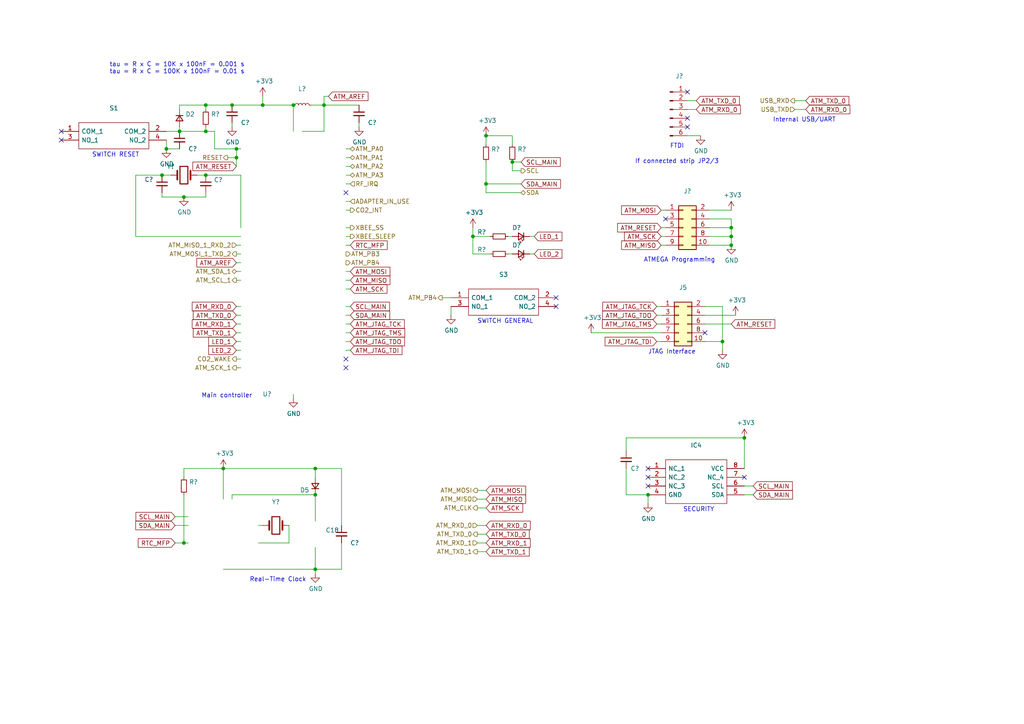
<source format=kicad_sch>
(kicad_sch (version 20211123) (generator eeschema)
  (paper "A4")
  (title_block (title "SmartSensor") (date "2021-11-18") (rev "1.3") (company "Avans Hogeschool") (comment 1 "Maurice Snoeren") (comment 2 "Expertise Centrum Technische Innovatie") (comment 3 "Lectoraat Smart Energy and Datascience & ICT") (comment 4 "Update: Connected USB/UART to UART MCU"))
  (lib_symbols
    (symbol "ATECC608B-SSHDA-B:ATECC608B-SSHDA-B" (pin_names (offset 0.762))
      (property "Reference" "IC" (at 24.13 7.62 0))
      (property "Value" "ATECC608B-SSHDA-B" (at 24.13 5.08 0))
      (symbol "ATECC608B-SSHDA-B_0_0"
        (pin passive line (at 0 0 0) (length 5.08) (name "NC_1") (number "1"))
        (pin passive line (at 0 -2.54 0) (length 5.08) (name "NC_2") (number "2"))
        (pin passive line (at 0 -5.08 0) (length 5.08) (name "NC_3") (number "3"))
        (pin passive line (at 0 -7.62 0) (length 5.08) (name "GND") (number "4"))
        (pin passive line (at 27.94 -7.62 180) (length 5.08) (name "SDA") (number "5"))
        (pin passive line (at 27.94 -5.08 180) (length 5.08) (name "SCL") (number "6"))
        (pin passive line (at 27.94 -2.54 180) (length 5.08) (name "NC_4") (number "7"))
        (pin passive line (at 27.94 0 180) (length 5.08) (name "VCC") (number "8"))
      )
      (symbol "ATECC608B-SSHDA-B_0_1"
        (polyline (pts (xy 5.08 2.54) (xy 22.86 2.54) (xy 22.86 -10.16) (xy 5.08 -10.16) (xy 5.08 2.54)) (stroke (width 0.1524)))
      )
    )
    (symbol "Connector:Conn_01x06_Male" (pin_names (offset 1.016) hide)
      (property "Reference" "J" (at 0 7.62 0))
      (property "Value" "Conn_01x06_Male" (at 0 -10.16 0))
      (symbol "Conn_01x06_Male_1_1"
        (polyline (pts (xy 1.27 -7.62) (xy 0.8636 -7.62)) (stroke (width 0.1524)))
        (polyline (pts (xy 1.27 -5.08) (xy 0.8636 -5.08)) (stroke (width 0.1524)))
        (polyline (pts (xy 1.27 -2.54) (xy 0.8636 -2.54)) (stroke (width 0.1524)))
        (polyline (pts (xy 1.27 0) (xy 0.8636 0)) (stroke (width 0.1524)))
        (polyline (pts (xy 1.27 2.54) (xy 0.8636 2.54)) (stroke (width 0.1524)))
        (polyline (pts (xy 1.27 5.08) (xy 0.8636 5.08)) (stroke (width 0.1524)))
        (rectangle (start 0.8636 -7.493) (end 0 -7.747) (stroke (width 0.1524)) (fill (type outline)))
        (rectangle (start 0.8636 -4.953) (end 0 -5.207) (stroke (width 0.1524)) (fill (type outline)))
        (rectangle (start 0.8636 -2.413) (end 0 -2.667) (stroke (width 0.1524)) (fill (type outline)))
        (rectangle (start 0.8636 0.127) (end 0 -0.127) (stroke (width 0.1524)) (fill (type outline)))
        (rectangle (start 0.8636 2.667) (end 0 2.413) (stroke (width 0.1524)) (fill (type outline)))
        (rectangle (start 0.8636 5.207) (end 0 4.953) (stroke (width 0.1524)) (fill (type outline)))
        (pin passive line (at 5.08 5.08 180) (length 3.81) (name "Pin_1") (number "1"))
        (pin passive line (at 5.08 2.54 180) (length 3.81) (name "Pin_2") (number "2"))
        (pin passive line (at 5.08 0 180) (length 3.81) (name "Pin_3") (number "3"))
        (pin passive line (at 5.08 -2.54 180) (length 3.81) (name "Pin_4") (number "4"))
        (pin passive line (at 5.08 -5.08 180) (length 3.81) (name "Pin_5") (number "5"))
        (pin passive line (at 5.08 -7.62 180) (length 3.81) (name "Pin_6") (number "6"))
      )
    )
    (symbol "Connector_Generic:Conn_02x05_Odd_Even" (pin_names (offset 1.016) hide)
      (property "Reference" "J" (at 1.27 7.62 0))
      (property "Value" "Conn_02x05_Odd_Even" (at 1.27 -7.62 0))
      (symbol "Conn_02x05_Odd_Even_1_1"
        (rectangle (start -1.27 -4.953) (end 0 -5.207) (stroke (width 0.1524)))
        (rectangle (start -1.27 -2.413) (end 0 -2.667) (stroke (width 0.1524)))
        (rectangle (start -1.27 0.127) (end 0 -0.127) (stroke (width 0.1524)))
        (rectangle (start -1.27 2.667) (end 0 2.413) (stroke (width 0.1524)))
        (rectangle (start -1.27 5.207) (end 0 4.953) (stroke (width 0.1524)))
        (rectangle (start -1.27 6.35) (end 3.81 -6.35) (stroke (width 0.254)) (fill (type background)))
        (rectangle (start 3.81 -4.953) (end 2.54 -5.207) (stroke (width 0.1524)))
        (rectangle (start 3.81 -2.413) (end 2.54 -2.667) (stroke (width 0.1524)))
        (rectangle (start 3.81 0.127) (end 2.54 -0.127) (stroke (width 0.1524)))
        (rectangle (start 3.81 2.667) (end 2.54 2.413) (stroke (width 0.1524)))
        (rectangle (start 3.81 5.207) (end 2.54 4.953) (stroke (width 0.1524)))
        (pin passive line (at -5.08 5.08 0) (length 3.81) (name "Pin_1") (number "1"))
        (pin passive line (at 7.62 -5.08 180) (length 3.81) (name "Pin_10") (number "10"))
        (pin passive line (at 7.62 5.08 180) (length 3.81) (name "Pin_2") (number "2"))
        (pin passive line (at -5.08 2.54 0) (length 3.81) (name "Pin_3") (number "3"))
        (pin passive line (at 7.62 2.54 180) (length 3.81) (name "Pin_4") (number "4"))
        (pin passive line (at -5.08 0 0) (length 3.81) (name "Pin_5") (number "5"))
        (pin passive line (at 7.62 0 180) (length 3.81) (name "Pin_6") (number "6"))
        (pin passive line (at -5.08 -2.54 0) (length 3.81) (name "Pin_7") (number "7"))
        (pin passive line (at 7.62 -2.54 180) (length 3.81) (name "Pin_8") (number "8"))
        (pin passive line (at -5.08 -5.08 0) (length 3.81) (name "Pin_9") (number "9"))
      )
    )
    (symbol "Device:C_Small" (pin_numbers hide) (pin_names (offset 0.254) hide)
      (property "Reference" "C" (at 0.254 1.778 0))
      (property "Value" "C_Small" (at 0.254 -2.032 0))
      (symbol "C_Small_0_1"
        (polyline (pts (xy -1.524 -0.508) (xy 1.524 -0.508)) (stroke (width 0.3302)))
        (polyline (pts (xy -1.524 0.508) (xy 1.524 0.508)) (stroke (width 0.3048)))
      )
      (symbol "C_Small_1_1"
        (pin passive line (at 0 2.54 270) (length 2.032) (name "~") (number "1"))
        (pin passive line (at 0 -2.54 90) (length 2.032) (name "~") (number "2"))
      )
    )
    (symbol "Device:Crystal" (pin_numbers hide) (pin_names (offset 1.016) hide)
      (property "Reference" "Y" (at 0 3.81 0))
      (property "Value" "Crystal" (at 0 -3.81 0))
      (symbol "Crystal_0_1"
        (rectangle (start -1.143 2.54) (end 1.143 -2.54) (stroke (width 0.3048)))
        (polyline (pts (xy -2.54 0) (xy -1.905 0)))
        (polyline (pts (xy -1.905 -1.27) (xy -1.905 1.27)) (stroke (width 0.508)))
        (polyline (pts (xy 1.905 -1.27) (xy 1.905 1.27)) (stroke (width 0.508)))
        (polyline (pts (xy 2.54 0) (xy 1.905 0)))
      )
      (symbol "Crystal_1_1"
        (pin passive line (at -3.81 0 0) (length 1.27) (name "1") (number "1"))
        (pin passive line (at 3.81 0 180) (length 1.27) (name "2") (number "2"))
      )
    )
    (symbol "Device:D_Small" (pin_numbers hide) (pin_names (offset 0.254) hide)
      (property "Reference" "D" (at -1.27 2.032 0))
      (property "Value" "D_Small" (at -3.81 -2.032 0))
      (symbol "D_Small_0_1"
        (polyline (pts (xy -0.762 -1.016) (xy -0.762 1.016)) (stroke (width 0.254)))
        (polyline (pts (xy -0.762 0) (xy 0.762 0)))
        (polyline (pts (xy 0.762 -1.016) (xy -0.762 0) (xy 0.762 1.016) (xy 0.762 -1.016)) (stroke (width 0.254)))
      )
      (symbol "D_Small_1_1"
        (pin passive line (at -2.54 0 0) (length 1.778) (name "K") (number "1"))
        (pin passive line (at 2.54 0 180) (length 1.778) (name "A") (number "2"))
      )
    )
    (symbol "Device:LED_Small" (pin_numbers hide) (pin_names (offset 0.254) hide)
      (property "Reference" "D" (at -1.27 3.175 0))
      (property "Value" "LED_Small" (at -4.445 -2.54 0))
      (symbol "LED_Small_0_1"
        (polyline (pts (xy -0.762 -1.016) (xy -0.762 1.016)) (stroke (width 0.254)))
        (polyline (pts (xy 1.016 0) (xy -0.762 0)))
        (polyline (pts (xy 0.762 -1.016) (xy -0.762 0) (xy 0.762 1.016) (xy 0.762 -1.016)) (stroke (width 0.254)))
        (polyline (pts (xy 0 0.762) (xy -0.508 1.27) (xy -0.254 1.27) (xy -0.508 1.27) (xy -0.508 1.016)))
        (polyline (pts (xy 0.508 1.27) (xy 0 1.778) (xy 0.254 1.778) (xy 0 1.778) (xy 0 1.524)))
      )
      (symbol "LED_Small_1_1"
        (pin passive line (at -2.54 0 0) (length 1.778) (name "K") (number "1"))
        (pin passive line (at 2.54 0 180) (length 1.778) (name "A") (number "2"))
      )
    )
    (symbol "Device:L_Small" (pin_numbers hide) (pin_names (offset 0.254) hide)
      (property "Reference" "L" (at 0.762 1.016 0))
      (property "Value" "L_Small" (at 0.762 -1.016 0))
      (symbol "L_Small_0_1"
        (arc (start 0 -2.032) (mid 0.508 -1.524) (end 0 -1.016))
        (arc (start 0 -1.016) (mid 0.508 -0.508) (end 0 0))
        (arc (start 0 0) (mid 0.508 0.508) (end 0 1.016))
        (arc (start 0 1.016) (mid 0.508 1.524) (end 0 2.032))
      )
      (symbol "L_Small_1_1"
        (pin passive line (at 0 2.54 270) (length 0.508) (name "~") (number "1"))
        (pin passive line (at 0 -2.54 90) (length 0.508) (name "~") (number "2"))
      )
    )
    (symbol "Device:R_Small" (pin_numbers hide) (pin_names (offset 0.254) hide)
      (property "Reference" "R" (at 0.762 0.508 0))
      (property "Value" "R_Small" (at 0.762 -1.016 0))
      (symbol "R_Small_0_1"
        (rectangle (start -0.762 1.778) (end 0.762 -1.778) (stroke (width 0.2032)))
      )
      (symbol "R_Small_1_1"
        (pin passive line (at 0 2.54 270) (length 0.762) (name "~") (number "1"))
        (pin passive line (at 0 -2.54 90) (length 0.762) (name "~") (number "2"))
      )
    )
    (symbol "SamacSys_Parts:LL3301FF065QJ" (pin_names (offset 0.762))
      (property "Reference" "S" (at 26.67 7.62 0))
      (property "Value" "LL3301FF065QJ" (at 26.67 5.08 0))
      (symbol "LL3301FF065QJ_0_0"
        (pin passive line (at 0 0 0) (length 5.08) (name "COM_1") (number "1"))
        (pin passive line (at 30.48 0 180) (length 5.08) (name "COM_2") (number "2"))
        (pin passive line (at 0 -2.54 0) (length 5.08) (name "NO_1") (number "3"))
        (pin passive line (at 30.48 -2.54 180) (length 5.08) (name "NO_2") (number "4"))
      )
      (symbol "LL3301FF065QJ_0_1"
        (polyline (pts (xy 5.08 2.54) (xy 25.4 2.54) (xy 25.4 -5.08) (xy 5.08 -5.08) (xy 5.08 2.54)) (stroke (width 0.1524)))
      )
    )
    (symbol "power:+3.3V" (power) (pin_names (offset 0))
      (property "Value" "+3.3V" (at 0 3.556 0))
      (symbol "+3.3V_0_1"
        (polyline (pts (xy -0.762 1.27) (xy 0 2.54)))
        (polyline (pts (xy 0 0) (xy 0 2.54)))
        (polyline (pts (xy 0 2.54) (xy 0.762 1.27)))
      )
      (symbol "+3.3V_1_1"
        (pin power_in line (at 0 0 90) (length 0) hide (name "+3V3") (number "1"))
      )
    )
    (symbol "power:GND" (power) (pin_names (offset 0))
      (property "Value" "GND" (at 0 -3.81 0))
      (symbol "GND_0_1"
        (polyline (pts (xy 0 0) (xy 0 -1.27) (xy 1.27 -1.27) (xy 0 -2.54) (xy -1.27 -1.27) (xy 0 -1.27)))
      )
      (symbol "GND_1_1"
        (pin power_in line (at 0 0 270) (length 0) hide (name "GND") (number "1"))
      )
    )
  )
  (junction (at 46.99 50.8))
  (junction (at 53.34 57.15))
  (junction (at 85.09 30.48))
  (junction (at 53.34 157.48))
  (junction (at 209.55 99.06))
  (junction (at 76.2 30.48))
  (junction (at 59.69 50.8))
  (junction (at 91.44 143.51))
  (junction (at 91.44 135.89))
  (junction (at 91.44 165.1))
  (junction (at 140.97 53.34))
  (junction (at 93.98 30.48))
  (junction (at 52.07 38.1))
  (junction (at 64.77 135.89))
  (junction (at 137.16 68.58))
  (junction (at 140.97 39.37))
  (junction (at 67.31 30.48))
  (junction (at 48.26 43.18))
  (junction (at 68.58 45.72))
  (junction (at 68.58 43.18))
  (junction (at 148.59 46.99))
  (junction (at 59.69 30.48))
  (junction (at 212.09 66.04))
  (junction (at 187.96 143.51))
  (junction (at 215.9 127))
  (junction (at 212.09 68.58))
  (junction (at 59.69 38.1))
  (junction (at 212.09 71.12))
  (no_connect (at 17.78 38.1))
  (no_connect (at 161.29 86.36))
  (no_connect (at 215.9 138.43))
  (no_connect (at 199.39 34.29))
  (no_connect (at 161.29 88.9))
  (no_connect (at 100.33 106.68))
  (no_connect (at 199.39 36.83))
  (no_connect (at 100.33 104.14))
  (no_connect (at 187.96 138.43))
  (no_connect (at 187.96 135.89))
  (no_connect (at 199.39 26.67))
  (no_connect (at 17.78 40.64))
  (no_connect (at 193.04 63.5))
  (no_connect (at 100.33 55.88))
  (no_connect (at 187.96 140.97))
  (no_connect (at 204.47 96.52))
  (wire (pts (xy 69.85 106.68) (xy 68.58 106.68)))
  (wire (pts (xy 101.6 99.06) (xy 100.33 99.06)))
  (wire (pts (xy 101.6 83.82) (xy 100.33 83.82)))
  (wire (pts (xy 39.37 50.8) (xy 46.99 50.8)))
  (wire (pts (xy 138.43 152.4) (xy 140.97 152.4)))
  (wire (pts (xy 46.99 57.15) (xy 53.34 57.15)))
  (wire (pts (xy 181.61 135.89) (xy 181.61 143.51)))
  (wire (pts (xy 140.97 55.88) (xy 140.97 53.34)))
  (wire (pts (xy 142.24 73.66) (xy 137.16 73.66)))
  (wire (pts (xy 215.9 140.97) (xy 218.44 140.97)))
  (wire (pts (xy 85.09 38.1) (xy 85.09 30.48)))
  (wire (pts (xy 69.85 73.66) (xy 68.58 73.66)))
  (wire (pts (xy 190.5 91.44) (xy 191.77 91.44)))
  (wire (pts (xy 64.77 135.89) (xy 91.44 135.89)))
  (wire (pts (xy 191.77 71.12) (xy 193.04 71.12)))
  (wire (pts (xy 69.85 104.14) (xy 68.58 104.14)))
  (wire (pts (xy 67.31 30.48) (xy 76.2 30.48)))
  (wire (pts (xy 205.74 66.04) (xy 212.09 66.04)))
  (wire (pts (xy 101.6 60.96) (xy 100.33 60.96)))
  (wire (pts (xy 68.58 93.98) (xy 69.85 93.98)))
  (wire (pts (xy 59.69 31.75) (xy 59.69 30.48)))
  (wire (pts (xy 91.44 135.89) (xy 99.06 135.89)))
  (wire (pts (xy 100.33 66.04) (xy 101.6 66.04)))
  (wire (pts (xy 148.59 39.37) (xy 140.97 39.37)))
  (wire (pts (xy 52.07 43.18) (xy 48.26 43.18)))
  (wire (pts (xy 104.14 35.56) (xy 104.14 36.83)))
  (wire (pts (xy 64.77 135.89) (xy 64.77 144.78)))
  (wire (pts (xy 191.77 60.96) (xy 193.04 60.96)))
  (wire (pts (xy 205.74 60.96) (xy 212.09 60.96)))
  (wire (pts (xy 68.58 76.2) (xy 69.85 76.2)))
  (wire (pts (xy 140.97 144.78) (xy 138.43 144.78)))
  (wire (pts (xy 101.6 96.52) (xy 100.33 96.52)))
  (wire (pts (xy 46.99 55.88) (xy 46.99 57.15)))
  (wire (pts (xy 187.96 146.05) (xy 187.96 143.51)))
  (wire (pts (xy 100.33 71.12) (xy 101.6 71.12)))
  (wire (pts (xy 66.04 45.72) (xy 68.58 45.72)))
  (wire (pts (xy 53.34 138.43) (xy 53.34 135.89)))
  (wire (pts (xy 59.69 57.15) (xy 53.34 57.15)))
  (wire (pts (xy 100.33 45.72) (xy 101.6 45.72)))
  (wire (pts (xy 59.69 38.1) (xy 52.07 38.1)))
  (wire (pts (xy 190.5 99.06) (xy 191.77 99.06)))
  (wire (pts (xy 59.69 30.48) (xy 67.31 30.48)))
  (wire (pts (xy 101.6 48.26) (xy 100.33 48.26)))
  (wire (pts (xy 68.58 88.9) (xy 69.85 88.9)))
  (wire (pts (xy 62.23 38.1) (xy 59.69 38.1)))
  (wire (pts (xy 74.93 152.4) (xy 76.2 152.4)))
  (wire (pts (xy 205.74 71.12) (xy 212.09 71.12)))
  (wire (pts (xy 148.59 68.58) (xy 147.32 68.58)))
  (wire (pts (xy 101.6 93.98) (xy 100.33 93.98)))
  (wire (pts (xy 53.34 157.48) (xy 54.61 157.48)))
  (wire (pts (xy 233.68 29.21) (xy 230.505 29.21)))
  (wire (pts (xy 68.58 71.12) (xy 69.85 71.12)))
  (wire (pts (xy 68.58 43.18) (xy 62.23 43.18)))
  (wire (pts (xy 62.23 43.18) (xy 62.23 38.1)))
  (wire (pts (xy 101.6 50.8) (xy 100.33 50.8)))
  (wire (pts (xy 52.07 36.83) (xy 52.07 38.1)))
  (wire (pts (xy 101.6 101.6) (xy 100.33 101.6)))
  (wire (pts (xy 204.47 88.9) (xy 209.55 88.9)))
  (wire (pts (xy 39.37 68.58) (xy 69.85 68.58)))
  (wire (pts (xy 91.44 158.75) (xy 91.44 165.1)))
  (wire (pts (xy 151.13 53.34) (xy 140.97 53.34)))
  (wire (pts (xy 209.55 99.06) (xy 209.55 101.6)))
  (wire (pts (xy 90.17 30.48) (xy 93.98 30.48)))
  (wire (pts (xy 91.44 138.43) (xy 91.44 135.89)))
  (wire (pts (xy 74.93 157.48) (xy 83.82 157.48)))
  (wire (pts (xy 181.61 130.81) (xy 181.61 127)))
  (wire (pts (xy 140.97 154.94) (xy 138.43 154.94)))
  (wire (pts (xy 69.85 81.28) (xy 68.58 81.28)))
  (wire (pts (xy 83.82 157.48) (xy 83.82 152.4)))
  (wire (pts (xy 93.98 38.1) (xy 93.98 30.48)))
  (wire (pts (xy 76.2 27.94) (xy 76.2 30.48)))
  (wire (pts (xy 76.2 30.48) (xy 85.09 30.48)))
  (wire (pts (xy 101.6 78.74) (xy 100.33 78.74)))
  (wire (pts (xy 48.26 40.64) (xy 48.26 43.18)))
  (wire (pts (xy 204.47 93.98) (xy 212.09 93.98)))
  (wire (pts (xy 148.59 49.53) (xy 148.59 46.99)))
  (wire (pts (xy 39.37 68.58) (xy 39.37 50.8)))
  (wire (pts (xy 181.61 143.51) (xy 187.96 143.51)))
  (wire (pts (xy 99.06 135.89) (xy 99.06 152.4)))
  (wire (pts (xy 91.44 143.51) (xy 67.31 143.51)))
  (wire (pts (xy 151.13 55.88) (xy 140.97 55.88)))
  (wire (pts (xy 138.43 142.24) (xy 140.97 142.24)))
  (wire (pts (xy 138.43 147.32) (xy 140.97 147.32)))
  (wire (pts (xy 50.8 152.4) (xy 54.61 152.4)))
  (wire (pts (xy 190.5 93.98) (xy 191.77 93.98)))
  (wire (pts (xy 68.58 96.52) (xy 69.85 96.52)))
  (wire (pts (xy 99.06 157.48) (xy 99.06 165.1)))
  (wire (pts (xy 191.77 68.58) (xy 193.04 68.58)))
  (wire (pts (xy 204.47 99.06) (xy 209.55 99.06)))
  (wire (pts (xy 100.33 81.28) (xy 101.6 81.28)))
  (wire (pts (xy 59.69 36.83) (xy 59.69 38.1)))
  (wire (pts (xy 100.33 68.58) (xy 101.6 68.58)))
  (wire (pts (xy 101.6 53.34) (xy 100.33 53.34)))
  (wire (pts (xy 148.59 41.91) (xy 148.59 39.37)))
  (wire (pts (xy 215.9 135.89) (xy 215.9 127)))
  (wire (pts (xy 140.97 160.02) (xy 138.43 160.02)))
  (wire (pts (xy 68.58 78.74) (xy 69.85 78.74)))
  (wire (pts (xy 68.58 99.06) (xy 69.85 99.06)))
  (wire (pts (xy 190.5 88.9) (xy 191.77 88.9)))
  (wire (pts (xy 68.58 91.44) (xy 69.85 91.44)))
  (wire (pts (xy 212.09 68.58) (xy 212.09 66.04)))
  (wire (pts (xy 68.58 43.18) (xy 69.85 43.18)))
  (wire (pts (xy 191.77 96.52) (xy 171.45 96.52)))
  (wire (pts (xy 128.27 86.36) (xy 130.81 86.36)))
  (wire (pts (xy 204.47 91.44) (xy 213.36 91.44)))
  (wire (pts (xy 53.34 143.51) (xy 53.34 157.48)))
  (wire (pts (xy 52.07 30.48) (xy 59.69 30.48)))
  (wire (pts (xy 130.81 88.9) (xy 130.81 91.44)))
  (wire (pts (xy 69.85 66.04) (xy 69.85 50.8)))
  (wire (pts (xy 199.39 29.21) (xy 201.93 29.21)))
  (wire (pts (xy 212.09 63.5) (xy 205.74 63.5)))
  (wire (pts (xy 50.8 149.86) (xy 54.61 149.86)))
  (wire (pts (xy 67.31 35.56) (xy 67.31 36.83)))
  (wire (pts (xy 68.58 101.6) (xy 69.85 101.6)))
  (wire (pts (xy 137.16 68.58) (xy 137.16 73.66)))
  (wire (pts (xy 205.74 68.58) (xy 212.09 68.58)))
  (wire (pts (xy 212.09 66.04) (xy 212.09 63.5)))
  (wire (pts (xy 215.9 143.51) (xy 218.44 143.51)))
  (wire (pts (xy 138.43 157.48) (xy 140.97 157.48)))
  (wire (pts (xy 93.98 27.94) (xy 93.98 30.48)))
  (wire (pts (xy 181.61 127) (xy 215.9 127)))
  (wire (pts (xy 67.31 143.51) (xy 67.31 144.78)))
  (wire (pts (xy 50.8 157.48) (xy 53.34 157.48)))
  (wire (pts (xy 212.09 71.12) (xy 212.09 68.58)))
  (wire (pts (xy 93.98 30.48) (xy 104.14 30.48)))
  (wire (pts (xy 57.15 50.8) (xy 59.69 50.8)))
  (wire (pts (xy 91.44 143.51) (xy 91.44 151.13)))
  (wire (pts (xy 68.58 45.72) (xy 68.58 43.18)))
  (wire (pts (xy 151.13 49.53) (xy 148.59 49.53)))
  (wire (pts (xy 53.34 135.89) (xy 64.77 135.89)))
  (wire (pts (xy 101.6 88.9) (xy 100.33 88.9)))
  (wire (pts (xy 52.07 31.75) (xy 52.07 30.48)))
  (wire (pts (xy 233.68 31.75) (xy 230.505 31.75)))
  (wire (pts (xy 85.09 114.3) (xy 85.09 115.57)))
  (wire (pts (xy 140.97 41.91) (xy 140.97 39.37)))
  (wire (pts (xy 209.55 88.9) (xy 209.55 99.06)))
  (wire (pts (xy 64.77 165.1) (xy 91.44 165.1)))
  (wire (pts (xy 59.69 55.88) (xy 59.69 57.15)))
  (wire (pts (xy 151.13 46.99) (xy 148.59 46.99)))
  (wire (pts (xy 87.63 38.1) (xy 93.98 38.1)))
  (wire (pts (xy 48.26 38.1) (xy 52.07 38.1)))
  (wire (pts (xy 137.16 66.04) (xy 137.16 68.58)))
  (wire (pts (xy 69.85 50.8) (xy 59.69 50.8)))
  (wire (pts (xy 199.39 39.37) (xy 203.2 39.37)))
  (wire (pts (xy 46.99 50.8) (xy 49.53 50.8)))
  (wire (pts (xy 101.6 43.18) (xy 100.33 43.18)))
  (wire (pts (xy 91.44 165.1) (xy 99.06 165.1)))
  (wire (pts (xy 191.77 66.04) (xy 193.04 66.04)))
  (wire (pts (xy 153.67 73.66) (xy 154.94 73.66)))
  (wire (pts (xy 95.25 27.94) (xy 93.98 27.94)))
  (wire (pts (xy 100.33 91.44) (xy 101.6 91.44)))
  (wire (pts (xy 68.58 48.26) (xy 68.58 45.72)))
  (wire (pts (xy 148.59 73.66) (xy 147.32 73.66)))
  (wire (pts (xy 153.67 68.58) (xy 154.94 68.58)))
  (wire (pts (xy 140.97 46.99) (xy 140.97 53.34)))
  (wire (pts (xy 201.93 31.75) (xy 199.39 31.75)))
  (wire (pts (xy 91.44 166.37) (xy 91.44 165.1)))
  (wire (pts (xy 142.24 68.58) (xy 137.16 68.58)))
  (wire (pts (xy 101.6 58.42) (xy 100.33 58.42)))
  (text "JTAG Interface" (at 187.96 102.87 0) (effects (font (size 1.27 1.27)) (justify left bottom)))
  (text "SWITCH GENERAL" (at 138.43 93.98 0) (effects (font (size 1.27 1.27)) (justify left bottom)))
  (text "If connected strip JP2/3" (at 184.15 47.625 0) (effects (font (size 1.27 1.27)) (justify left bottom)))
  (text "Real-Time Clock" (at 72.39 168.91 0) (effects (font (size 1.27 1.27)) (justify left bottom)))
  (text "ATMEGA Programming" (at 186.69 76.2 0) (effects (font (size 1.27 1.27)) (justify left bottom)))
  (text "SECURITY" (at 198.12 148.59 0) (effects (font (size 1.27 1.27)) (justify left bottom)))
  (text "Main controller" (at 58.42 115.57 0) (effects (font (size 1.27 1.27)) (justify left bottom)))
  (text "SWITCH RESET" (at 26.67 45.72 0) (effects (font (size 1.27 1.27)) (justify left bottom)))
  (text "Internal USB/UART" (at 224.155 35.56 0) (effects (font (size 1.27 1.27)) (justify left bottom)))
  (text "FTDI\n" (at 194.31 43.18 0) (effects (font (size 1.27 1.27)) (justify left bottom)))
  (text "tau = R x C = 10K x 100nF = 0.001 s\ntau = R x C = 100K x 100nF = 0.01 s" (at 31.75 21.59 0) (effects (font (size 1.27 1.27)) (justify left bottom)))
  (global_label "ATM_JTAG_TCK" (shape input) (at 101.6 93.98 0) (property "Intersheet References" "${INTERSHEET_REFS}" (effects hide)))
  (global_label "ATM_RXD_0" (shape input) (at 68.58 88.9 180) (property "Intersheet References" "${INTERSHEET_REFS}" (effects hide)))
  (global_label "ATM_MOSI" (shape input) (at 191.77 60.96 180) (property "Intersheet References" "${INTERSHEET_REFS}" (effects hide)))
  (global_label "ATM_SCK" (shape input) (at 101.6 83.82 0) (property "Intersheet References" "${INTERSHEET_REFS}" (effects hide)))
  (global_label "LED_1" (shape input) (at 154.94 68.58 0) (property "Intersheet References" "${INTERSHEET_REFS}" (effects hide)))
  (global_label "ATM_AREF" (shape input) (at 68.58 76.2 180) (property "Intersheet References" "${INTERSHEET_REFS}" (effects hide)))
  (global_label "ATM_MOSI" (shape input) (at 140.97 142.24 0) (property "Intersheet References" "${INTERSHEET_REFS}" (effects hide)))
  (global_label "ATM_TXD_0" (shape input) (at 68.58 91.44 180) (property "Intersheet References" "${INTERSHEET_REFS}" (effects hide)))
  (global_label "SDA_MAIN" (shape input) (at 50.8 152.4 180) (property "Intersheet References" "${INTERSHEET_REFS}" (effects hide)))
  (global_label "ATM_JTAG_TMS" (shape input) (at 101.6 96.52 0) (property "Intersheet References" "${INTERSHEET_REFS}" (effects hide)))
  (global_label "ATM_MISO" (shape input) (at 140.97 144.78 0) (property "Intersheet References" "${INTERSHEET_REFS}" (effects hide)))
  (global_label "ATM_JTAG_TDI" (shape input) (at 101.6 101.6 0) (property "Intersheet References" "${INTERSHEET_REFS}" (effects hide)))
  (global_label "SCL_MAIN" (shape input) (at 218.44 140.97 0) (property "Intersheet References" "${INTERSHEET_REFS}" (effects hide)))
  (global_label "ATM_RESET" (shape input) (at 68.58 48.26 180) (property "Intersheet References" "${INTERSHEET_REFS}" (effects hide)))
  (global_label "LED_1" (shape input) (at 68.58 99.06 180) (property "Intersheet References" "${INTERSHEET_REFS}" (effects hide)))
  (global_label "ATM_RESET" (shape input) (at 191.77 66.04 180) (property "Intersheet References" "${INTERSHEET_REFS}" (effects hide)))
  (global_label "ATM_TXD_1" (shape input) (at 140.97 160.02 0) (property "Intersheet References" "${INTERSHEET_REFS}" (effects hide)))
  (global_label "RTC_MFP" (shape input) (at 50.8 157.48 180) (property "Intersheet References" "${INTERSHEET_REFS}" (effects hide)))
  (global_label "ATM_TXD_0" (shape input) (at 201.93 29.21 0) (property "Intersheet References" "${INTERSHEET_REFS}" (effects hide)))
  (global_label "ATM_RXD_1" (shape input) (at 68.58 93.98 180) (property "Intersheet References" "${INTERSHEET_REFS}" (effects hide)))
  (global_label "RTC_MFP" (shape input) (at 101.6 71.12 0) (property "Intersheet References" "${INTERSHEET_REFS}" (effects hide)))
  (global_label "ATM_JTAG_TCK" (shape input) (at 190.5 88.9 180) (property "Intersheet References" "${INTERSHEET_REFS}" (effects hide)))
  (global_label "ATM_AREF" (shape input) (at 95.25 27.94 0) (property "Intersheet References" "${INTERSHEET_REFS}" (effects hide)))
  (global_label "SCL_MAIN" (shape input) (at 50.8 149.86 180) (property "Intersheet References" "${INTERSHEET_REFS}" (effects hide)))
  (global_label "ATM_TXD_0" (shape input) (at 140.97 154.94 0) (property "Intersheet References" "${INTERSHEET_REFS}" (effects hide)))
  (global_label "SDA_MAIN" (shape input) (at 218.44 143.51 0) (property "Intersheet References" "${INTERSHEET_REFS}" (effects hide)))
  (global_label "LED_2" (shape input) (at 154.94 73.66 0) (property "Intersheet References" "${INTERSHEET_REFS}" (effects hide)))
  (global_label "SCL_MAIN" (shape input) (at 151.13 46.99 0) (property "Intersheet References" "${INTERSHEET_REFS}" (effects hide)))
  (global_label "ATM_RESET" (shape input) (at 212.09 93.98 0) (property "Intersheet References" "${INTERSHEET_REFS}" (effects hide)))
  (global_label "ATM_JTAG_TDO" (shape input) (at 101.6 99.06 0) (property "Intersheet References" "${INTERSHEET_REFS}" (effects hide)))
  (global_label "ATM_MOSI" (shape input) (at 101.6 78.74 0) (property "Intersheet References" "${INTERSHEET_REFS}" (effects hide)))
  (global_label "ATM_TXD_1" (shape input) (at 68.58 96.52 180) (property "Intersheet References" "${INTERSHEET_REFS}" (effects hide)))
  (global_label "SDA_MAIN" (shape input) (at 101.6 91.44 0) (property "Intersheet References" "${INTERSHEET_REFS}" (effects hide)))
  (global_label "ATM_TXD_0" (shape input) (at 233.68 29.21 0) (property "Intersheet References" "${INTERSHEET_REFS}" (effects hide)))
  (global_label "ATM_SCK" (shape input) (at 191.77 68.58 180) (property "Intersheet References" "${INTERSHEET_REFS}" (effects hide)))
  (global_label "SDA_MAIN" (shape input) (at 151.13 53.34 0) (property "Intersheet References" "${INTERSHEET_REFS}" (effects hide)))
  (global_label "ATM_MISO" (shape input) (at 191.77 71.12 180) (property "Intersheet References" "${INTERSHEET_REFS}" (effects hide)))
  (global_label "ATM_RXD_0" (shape input) (at 201.93 31.75 0) (property "Intersheet References" "${INTERSHEET_REFS}" (effects hide)))
  (global_label "ATM_RXD_0" (shape input) (at 140.97 152.4 0) (property "Intersheet References" "${INTERSHEET_REFS}" (effects hide)))
  (global_label "ATM_RXD_1" (shape input) (at 140.97 157.48 0) (property "Intersheet References" "${INTERSHEET_REFS}" (effects hide)))
  (global_label "ATM_MISO" (shape input) (at 101.6 81.28 0) (property "Intersheet References" "${INTERSHEET_REFS}" (effects hide)))
  (global_label "ATM_JTAG_TMS" (shape input) (at 190.5 93.98 180) (property "Intersheet References" "${INTERSHEET_REFS}" (effects hide)))
  (global_label "SCL_MAIN" (shape input) (at 101.6 88.9 0) (property "Intersheet References" "${INTERSHEET_REFS}" (effects hide)))
  (global_label "ATM_JTAG_TDI" (shape input) (at 190.5 99.06 180) (property "Intersheet References" "${INTERSHEET_REFS}" (effects hide)))
  (global_label "ATM_SCK" (shape input) (at 140.97 147.32 0) (property "Intersheet References" "${INTERSHEET_REFS}" (effects hide)))
  (global_label "LED_2" (shape input) (at 68.58 101.6 180) (property "Intersheet References" "${INTERSHEET_REFS}" (effects hide)))
  (global_label "ATM_RXD_0" (shape input) (at 233.68 31.75 0) (property "Intersheet References" "${INTERSHEET_REFS}" (effects hide)))
  (global_label "ATM_JTAG_TDO" (shape input) (at 190.5 91.44 180) (property "Intersheet References" "${INTERSHEET_REFS}" (effects hide)))
  (hierarchical_label "ATM_SCL_1" (shape output) (at 68.58 81.28 180))
  (hierarchical_label "CO2_WAKE" (shape output) (at 68.58 104.14 180))
  (hierarchical_label "CO2_INT" (shape output) (at 101.6 60.96 0))
  (hierarchical_label "RF_IRQ" (shape input) (at 101.6 53.34 0))
  (hierarchical_label "USB_RXD" (shape output) (at 230.505 29.21 180))
  (hierarchical_label "SDA" (shape bidirectional) (at 151.13 55.88 0))
  (hierarchical_label "ATM_MISO" (shape input) (at 138.43 144.78 180))
  (hierarchical_label "ATM_MISO_1_RXD_2" (shape input) (at 68.58 71.12 180))
  (hierarchical_label "ATM_RXD_0" (shape input) (at 138.43 152.4 180))
  (hierarchical_label "ATM_TXD_1" (shape output) (at 138.43 160.02 180))
  (hierarchical_label "USB_TXD" (shape input) (at 230.505 31.75 180))
  (hierarchical_label "ATM_PB4" (shape output) (at 128.27 86.36 180))
  (hierarchical_label "XBEE_SLEEP" (shape output) (at 101.6 68.58 0))
  (hierarchical_label "ATM_PB4" (shape output) (at 100.33 76.2 0))
  (hierarchical_label "ATM_SDA_1" (shape bidirectional) (at 68.58 78.74 180))
  (hierarchical_label "RESET" (shape output) (at 66.04 45.72 180))
  (hierarchical_label "ATM_PA3" (shape tri_state) (at 101.6 50.8 0))
  (hierarchical_label "ATM_MOSI_1_TXD_2" (shape output) (at 68.58 73.66 180))
  (hierarchical_label "XBEE_SS" (shape output) (at 101.6 66.04 0))
  (hierarchical_label "ATM_MOSI" (shape output) (at 138.43 142.24 180))
  (hierarchical_label "ATM_PA0" (shape tri_state) (at 101.6 43.18 0))
  (hierarchical_label "ATM_PA1" (shape tri_state) (at 101.6 45.72 0))
  (hierarchical_label "ATM_PB3" (shape output) (at 100.33 73.66 0))
  (hierarchical_label "ATM_CLK" (shape output) (at 138.43 147.32 180))
  (hierarchical_label "ATM_RXD_1" (shape input) (at 138.43 157.48 180))
  (hierarchical_label "ATM_PA2" (shape tri_state) (at 101.6 48.26 0))
  (hierarchical_label "ATM_TXD_0" (shape output) (at 138.43 154.94 180))
  (hierarchical_label "ADAPTER_IN_USE" (shape input) (at 101.6 58.42 0))
  (hierarchical_label "SCL" (shape output) (at 151.13 49.53 0))
  (hierarchical_label "ATM_SCK_1" (shape output) (at 68.58 106.68 180))
  (symbol (lib_id "power:GND") (at 209.55 101.6 0) (unit 1)
    (property "Reference" "#PWR025" (effects hide))
  )
  (symbol (lib_id "power:+3.3V") (at 213.36 91.44 0) (unit 1)
    (property "Reference" "#PWR028" (effects hide))
  )
  (symbol (lib_id "power:+3.3V") (at 171.45 96.52 0) (unit 1)
    (property "Reference" "#PWR022" (effects hide))
  )
  (symbol (lib_id "Connector_Generic:Conn_02x05_Odd_Even") (at 196.85 93.98 0) (unit 1)
    (property "Reference" "J5" (at 198.12 83.3882 0))
  )
  (symbol (lib_id "Device:R_Small") (at 140.97 44.45 0) (unit 1)
    (property "Reference" "R?" (at 142.4686 43.2816 0) (effects (justify left)))
  )
  (symbol (lib_id "Device:R_Small") (at 148.59 44.45 0) (unit 1)
    (property "Reference" "R?" (at 150.0886 43.2816 0) (effects (justify left)))
  )
  (symbol (lib_id "power:+3.3V") (at 140.97 39.37 0) (unit 1)
    (property "Reference" "#PWR?" (effects hide))
  )
  (symbol (lib_id "SmartSensor-rescue:MCP7940N-xSN-Timer") (at 64.77 154.94 0) (unit 1)
    (property "Reference" "U?" (at 58.42 163.83 0))
    (property "Datasheet" "http://ww1.microchip.com/downloads/en/DeviceDoc/20005010F.pdf" (effects hide))
  )
  (symbol (lib_id "Device:Crystal") (at 80.01 152.4 0) (unit 1)
    (property "Reference" "Y?" (at 80.01 145.5928 0))
  )
  (symbol (lib_id "power:+3.3V") (at 64.77 135.89 0) (unit 1)
    (property "Reference" "#PWR?" (effects hide))
  )
  (symbol (lib_id "power:GND") (at 91.44 166.37 0) (unit 1)
    (property "Reference" "#PWR?" (effects hide))
  )
  (symbol (lib_id "Device:C_Small") (at 99.06 154.94 0) (unit 1)
    (property "Reference" "C?" (at 101.6 157.48 0) (effects (justify left)))
  )
  (symbol (lib_id "power:+3.3V") (at 76.2 27.94 0) (unit 1)
    (property "Reference" "#PWR?" (effects hide))
  )
  (symbol (lib_id "Device:L_Small") (at 87.63 30.48 90) (unit 1)
    (property "Reference" "L?" (at 87.63 25.781 90))
  )
  (symbol (lib_id "Device:C_Small") (at 67.31 33.02 0) (unit 1)
    (property "Reference" "C?" (at 69.85 35.56 0) (effects (justify left)))
  )
  (symbol (lib_id "power:GND") (at 104.14 36.83 0) (unit 1)
    (property "Reference" "#PWR?" (effects hide))
  )
  (symbol (lib_id "Device:Crystal") (at 53.34 50.8 0) (unit 1)
    (property "Reference" "Y?" (at 49.53 48.26 0))
  )
  (symbol (lib_id "Device:C_Small") (at 46.99 53.34 0) (unit 1)
    (property "Reference" "C?" (at 41.91 52.07 0) (effects (justify left)))
  )
  (symbol (lib_id "Device:C_Small") (at 59.69 53.34 0) (unit 1)
    (property "Reference" "C?" (at 62.0268 52.1716 0) (effects (justify left)))
  )
  (symbol (lib_id "power:GND") (at 53.34 57.15 0) (unit 1)
    (property "Reference" "#PWR?" (effects hide))
  )
  (symbol (lib_id "Device:C_Small") (at 104.14 33.02 0) (unit 1)
    (property "Reference" "C?" (at 106.68 35.56 0) (effects (justify left)))
  )
  (symbol (lib_id "power:GND") (at 67.31 36.83 0) (unit 1)
    (property "Reference" "#PWR?" (effects hide))
  )
  (symbol (lib_id "Device:R_Small") (at 144.78 68.58 270) (unit 1)
    (property "Reference" "R?" (at 138.43 67.31 90) (effects (justify left)))
  )
  (symbol (lib_id "Device:LED_Small") (at 151.13 68.58 180) (unit 1)
    (property "Reference" "D?" (at 149.86 66.04 0))
  )
  (symbol (lib_id "power:+3.3V") (at 137.16 66.04 0) (unit 1)
    (property "Reference" "#PWR?" (effects hide))
  )
  (symbol (lib_id "SmartSensor-rescue:ATmega324PB-AU-MCU_Microchip_ATmega-SmartSensor-rescue") (at 85.09 76.2 0) (unit 1)
    (property "Reference" "U?" (at 77.47 114.3 0))
    (property "Datasheet" "http://ww1.microchip.com/downloads/en/DeviceDoc/40001908A.pdf" (effects hide))
  )
  (symbol (lib_id "Device:R_Small") (at 59.69 34.29 0) (unit 1)
    (property "Reference" "R?" (at 61.1886 33.1216 0) (effects (justify left)))
  )
  (symbol (lib_id "power:GND") (at 48.26 43.18 0) (unit 1)
    (property "Reference" "#PWR?" (effects hide))
  )
  (symbol (lib_id "power:GND") (at 85.09 115.57 0) (unit 1)
    (property "Reference" "#PWR?" (effects hide))
  )
  (symbol (lib_id "Connector_Generic:Conn_02x05_Odd_Even") (at 198.12 66.04 0) (unit 1)
    (property "Reference" "J?" (at 199.39 55.4482 0))
  )
  (symbol (lib_id "power:+3.3V") (at 212.09 60.96 0) (unit 1)
    (property "Reference" "#PWR?" (effects hide))
  )
  (symbol (lib_id "power:GND") (at 212.09 71.12 0) (unit 1)
    (property "Reference" "#PWR?" (effects hide))
  )
  (symbol (lib_id "ATECC608B-SSHDA-B:ATECC608B-SSHDA-B") (at 187.96 135.89 0) (unit 1)
    (property "Reference" "IC4" (at 201.93 129.159 0))
    (property "Datasheet" "https://www.mouser.de/datasheet/2/268/ATECC608B_CryptoAuthentication_Device_Summary_Data-1917867.pdf" (effects hide))
    (property "Description" "IC AUTHENTICATION CHIP" (effects hide))
    (property "Height" "1.75" (effects hide))
    (property "Mouser Part Number" "579-TECC608B-SSHDA-B" (effects hide))
    (property "Mouser Price/Stock" "https://www.mouser.co.uk/ProductDetail/Microchip-Technology/ATECC608B-SSHDA-B/?qs=W%2FMpXkg%252BdQ5IvpsOYxIilQ%3D%3D" (effects hide))
    (property "Manufacturer_Name" "Microchip" (effects hide))
    (property "Manufacturer_Part_Number" "ATECC608B-SSHDA-B" (effects hide))
  )
  (symbol (lib_id "power:+3.3V") (at 215.9 127 0) (unit 1)
    (property "Reference" "#PWR029" (effects hide))
  )
  (symbol (lib_id "power:GND") (at 187.96 146.05 0) (unit 1)
    (property "Reference" "#PWR023" (effects hide))
  )
  (symbol (lib_id "Device:C_Small") (at 181.61 133.35 0) (unit 1)
    (property "Reference" "C?" (at 182.88 135.89 0) (effects (justify left)))
  )
  (symbol (lib_id "Connector:Conn_01x06_Male") (at 194.31 31.75 0) (unit 1)
    (property "Reference" "J?" (at 197.0532 22.0726 0))
  )
  (symbol (lib_id "power:GND") (at 203.2 39.37 0) (unit 1)
    (property "Reference" "#PWR?" (effects hide))
  )
  (symbol (lib_id "Device:D_Small") (at 52.07 34.29 270) (unit 1)
    (property "Reference" "D2" (at 53.7972 33.1216 90) (effects (justify left)))
  )
  (symbol (lib_id "Device:C_Small") (at 52.07 40.64 0) (unit 1)
    (property "Reference" "C?" (at 54.61 43.18 0) (effects (justify left)))
  )
  (symbol (lib_id "SmartSensor-rescue:CP-Device") (at 91.44 154.94 0) (unit 1)
    (property "Reference" "C18" (at 94.4372 153.7716 0) (effects (justify left)))
  )
  (symbol (lib_id "Device:D_Small") (at 91.44 140.97 90) (unit 1)
    (property "Reference" "D5" (at 89.7128 142.1384 90) (effects (justify left)))
  )
  (symbol (lib_id "SamacSys_Parts:LL3301FF065QJ") (at 17.78 38.1 0) (unit 1)
    (property "Reference" "S1" (at 33.02 31.369 0))
    (property "Datasheet" "http://spec_sheets.e-switch.com/specs/P010456.pdf" (effects hide))
    (property "Description" "Pushbutton Switches 50mA 12VDC F065 7.0mm J-Lead" (effects hide))
    (property "Height" "7.3" (effects hide))
    (property "Mouser Part Number" "612-LL3301FF065QJ" (effects hide))
    (property "Mouser Price/Stock" "https://www.mouser.co.uk/ProductDetail/E-Switch/LL3301FF065QJ/?qs=QtyuwXswaQgkr0cFSIRaTA%3D%3D" (effects hide))
    (property "Manufacturer_Name" "E-Switch" (effects hide))
    (property "Manufacturer_Part_Number" "LL3301FF065QJ" (effects hide))
  )
  (symbol (lib_id "SamacSys_Parts:LL3301FF065QJ") (at 130.81 86.36 0) (unit 1)
    (property "Reference" "S3" (at 146.05 79.629 0))
    (property "Datasheet" "http://spec_sheets.e-switch.com/specs/P010456.pdf" (effects hide))
    (property "Description" "Pushbutton Switches 50mA 12VDC F065 7.0mm J-Lead" (effects hide))
    (property "Height" "7.3" (effects hide))
    (property "Mouser Part Number" "612-LL3301FF065QJ" (effects hide))
    (property "Mouser Price/Stock" "https://www.mouser.co.uk/ProductDetail/E-Switch/LL3301FF065QJ/?qs=QtyuwXswaQgkr0cFSIRaTA%3D%3D" (effects hide))
    (property "Manufacturer_Name" "E-Switch" (effects hide))
    (property "Manufacturer_Part_Number" "LL3301FF065QJ" (effects hide))
  )
  (symbol (lib_id "power:GND") (at 130.81 91.44 0) (unit 1)
    (property "Reference" "#PWR041" (effects hide))
  )
  (symbol (lib_id "Device:R_Small") (at 144.78 73.66 270) (unit 1)
    (property "Reference" "R?" (at 138.43 72.39 90) (effects (justify left)))
  )
  (symbol (lib_id "Device:LED_Small") (at 151.13 73.66 180) (unit 1)
    (property "Reference" "D?" (at 149.86 71.12 0))
  )
  (symbol (lib_id "Device:R_Small") (at 53.34 140.97 0) (unit 1)
    (property "Reference" "R?" (at 54.8386 139.8016 0) (effects (justify left)))
  )
)
</source>
